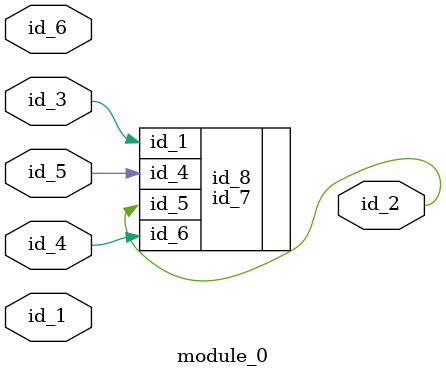
<source format=v>
module module_0 (
    id_1,
    id_2,
    id_3,
    id_4,
    id_5,
    id_6
);
  input id_6;
  input id_5;
  input id_4;
  input id_3;
  output id_2;
  input id_1;
  id_7 id_8 (
      .id_4(id_5),
      .id_6(id_4),
      .id_5(id_2),
      .id_1(id_3)
  );
endmodule

</source>
